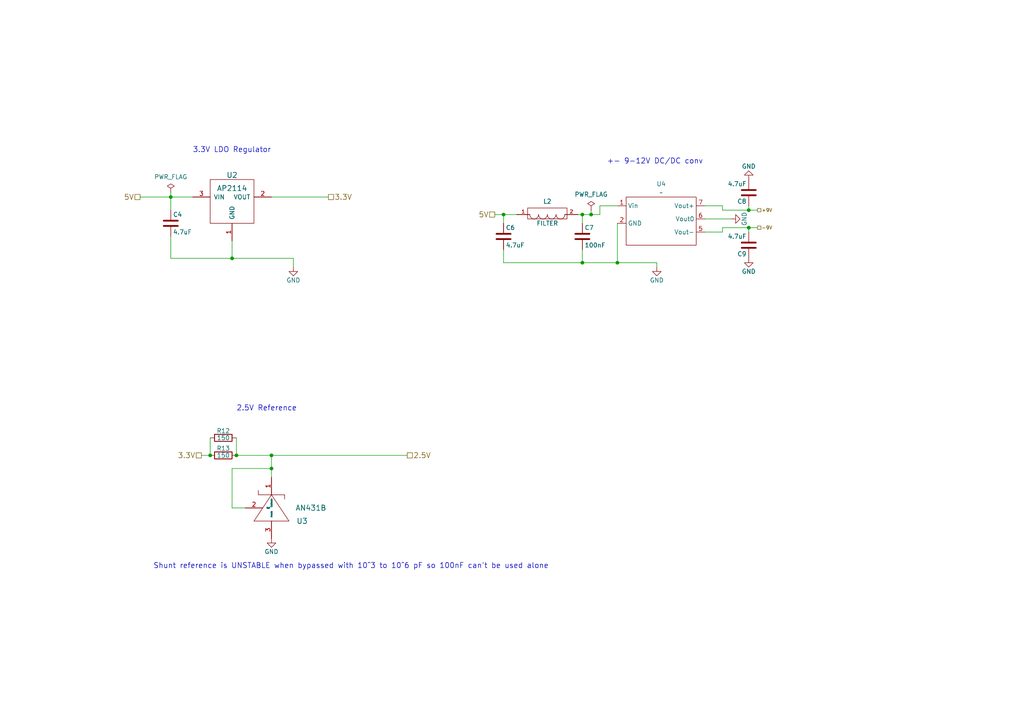
<source format=kicad_sch>
(kicad_sch (version 20231120) (generator "eeschema") (generator_version "8.0")
  (paper "A4")
  (title_block (title "Power Supplies") (rev "A"))
  (lib_symbols
    (symbol "CRV1:CRV1DxxxxSC"
      (property "Reference" "U" (at 1.778 -1.778 0))
      (symbol "CRV1DxxxxSC_0_1"
        (rectangle (start -6.35 3.81) (end 13.97 -10.16))
      )
      (symbol "CRV1DxxxxSC_1_1"
        (pin power_in line (at -8.89 1.27 0) (length 2.54) (name "Vin") (number "1"))
        (pin power_in line (at -8.89 -3.81 0) (length 2.54) (name "GND") (number "2"))
        (pin power_out line (at 16.51 -6.35 180) (length 2.54) (name "Vout-") (number "5"))
        (pin power_in line (at 16.51 -2.54 180) (length 2.54) (name "Vout0") (number "6"))
        (pin power_out line (at 16.51 1.27 180) (length 2.54) (name "Vout+") (number "7"))
      )
    )
    (symbol "Helios-rescue:C" (pin_numbers hide) (pin_names (offset 0.254))
      (property "Reference" "C" (at 0.635 2.54 0))
      (property "Value" "C" (at 0.635 -2.54 0))
      (symbol "C_0_1"
        (polyline (pts (xy -2.032 -0.762) (xy 2.032 -0.762)) (stroke (width 0.508)))
        (polyline (pts (xy -2.032 0.762) (xy 2.032 0.762)) (stroke (width 0.508)))
      )
      (symbol "C_1_1"
        (pin passive line (at 0 3.81 270) (length 2.794) (name "~") (number "1"))
        (pin passive line (at 0 -3.81 90) (length 2.794) (name "~") (number "2"))
      )
    )
    (symbol "Helios-rescue:FILTER" (pin_names (offset 1.016) hide)
      (property "Reference" "FB" (at 0 3.81 0))
      (property "Value" "FILTER" (at 0 -2.54 0))
      (symbol "FILTER_0_1"
        (rectangle (start -5.715 1.905) (end 5.715 -1.27))
        (arc (start -5.08 0) (mid -3.81 -1.27) (end -2.54 0))
        (arc (start -2.54 0) (mid -1.27 -1.27) (end 0 0))
        (arc (start 0 0) (mid 0 0) (end 0 0))
        (arc (start 0 0) (mid 1.27 -1.27) (end 2.54 0))
        (arc (start 2.54 0) (mid 3.81 -1.27) (end 5.08 0))
      )
      (symbol "FILTER_1_1"
        (pin passive line (at -8.89 0 0) (length 3.81) (name "1") (number "1"))
        (pin passive line (at 8.89 0 180) (length 3.81) (name "2") (number "2"))
      )
    )
    (symbol "Helios-rescue:GND" (power) (pin_names (offset 0))
      (property "Value" "GND" (at 0 -3.81 0))
      (symbol "GND_0_1"
        (polyline (pts (xy 0 0) (xy 0 -1.27) (xy 1.27 -1.27) (xy 0 -2.54) (xy -1.27 -1.27) (xy 0 -1.27)))
      )
      (symbol "GND_1_1"
        (pin power_in line (at 0 0 270) (length 0) hide (name "GND") (number "1"))
      )
    )
    (symbol "Helios-rescue:PWR_FLAG" (power) (pin_numbers hide) (pin_names (offset 0) hide)
      (property "Value" "PWR_FLAG" (at 0 3.81 0))
      (symbol "PWR_FLAG_0_0"
        (pin power_out line (at 0 0 90) (length 0) (name "pwr") (number "1"))
      )
      (symbol "PWR_FLAG_0_1"
        (polyline (pts (xy 0 0) (xy 0 1.27) (xy -1.016 1.905) (xy 0 2.54) (xy 1.016 1.905) (xy 0 1.27)))
      )
    )
    (symbol "Helios-rescue:R" (pin_numbers hide) (pin_names (offset 0))
      (property "Reference" "R" (at 2.032 0 90))
      (property "Value" "R" (at 0 0 90))
      (symbol "R_0_1"
        (rectangle (start -1.016 -2.54) (end 1.016 2.54) (stroke (width 0.254)))
      )
      (symbol "R_1_1"
        (pin passive line (at 0 3.81 270) (length 1.27) (name "~") (number "1"))
        (pin passive line (at 0 -3.81 90) (length 1.27) (name "~") (number "2"))
      )
    )
    (symbol "Personal-library:AN431B" (pin_names (offset 1.016))
      (property "Reference" "U" (at 8.89 0 0))
      (property "Value" "AN431B" (at 11.43 3.81 0))
      (symbol "AN431B_0_1"
        (polyline (pts (xy 3.81 7.62) (xy 3.81 6.35)))
        (polyline (pts (xy 0 7.62) (xy -3.81 7.62) (xy -3.81 8.89)))
        (polyline (pts (xy 0 7.62) (xy -5.08 0) (xy 3.81 0) (xy 5.08 0) (xy 0 7.62) (xy 3.81 7.62)))
      )
      (symbol "AN431B_1_1"
        (pin input line (at 0 12.7 270) (length 5.08) (name "Cathode") (number "1"))
        (pin input line (at -7.62 3.81 0) (length 5.08) (name "Ref") (number "2"))
        (pin input line (at 0 -5.08 90) (length 5.08) (name "Anode") (number "3"))
      )
    )
    (symbol "Personal-library:AP2114" (pin_names (offset 1.016))
      (property "Reference" "U" (at 0 8.89 0))
      (property "Value" "AP2114" (at 0 5.08 0))
      (symbol "AP2114_0_1"
        (rectangle (start -6.35 7.62) (end 6.35 -5.08))
      )
      (symbol "AP2114_1_1"
        (pin passive line (at 0 -10.16 90) (length 5.08) (name "GND") (number "1"))
        (pin power_out line (at 11.43 2.54 180) (length 5.08) (name "VOUT") (number "2"))
        (pin power_in line (at -11.43 2.54 0) (length 5.08) (name "VIN") (number "3"))
      )
    )
  )
  (junction (at 78.74 135.89))
  (junction (at 60.96 132.08))
  (junction (at 68.58 132.08))
  (junction (at 146.05 62.23))
  (junction (at 78.74 132.08))
  (junction (at 168.91 62.23))
  (junction (at 217.17 60.96))
  (junction (at 179.07 76.2))
  (junction (at 49.53 57.15))
  (junction (at 168.91 76.2))
  (junction (at 217.17 66.04))
  (junction (at 67.31 74.93))
  (junction (at 171.45 62.23))
  (wire (pts (xy 67.31 147.32) (xy 71.12 147.32)))
  (wire (pts (xy 190.5 76.2) (xy 190.5 77.47)))
  (wire (pts (xy 168.91 62.23) (xy 167.64 62.23)))
  (wire (pts (xy 49.53 57.15) (xy 49.53 60.96)))
  (wire (pts (xy 49.53 74.93) (xy 67.31 74.93)))
  (wire (pts (xy 68.58 127) (xy 68.58 132.08)))
  (wire (pts (xy 60.96 127) (xy 60.96 132.08)))
  (wire (pts (xy 204.47 63.5) (xy 212.09 63.5)))
  (wire (pts (xy 171.45 60.96) (xy 171.45 62.23)))
  (wire (pts (xy 85.09 74.93) (xy 85.09 77.47)))
  (wire (pts (xy 78.74 132.08) (xy 78.74 135.89)))
  (wire (pts (xy 209.55 60.96) (xy 217.17 60.96)))
  (wire (pts (xy 173.99 62.23) (xy 171.45 62.23)))
  (wire (pts (xy 68.58 132.08) (xy 78.74 132.08)))
  (wire (pts (xy 179.07 76.2) (xy 190.5 76.2)))
  (wire (pts (xy 209.55 59.69) (xy 209.55 60.96)))
  (wire (pts (xy 146.05 64.77) (xy 146.05 62.23)))
  (wire (pts (xy 217.17 67.31) (xy 217.17 66.04)))
  (wire (pts (xy 67.31 74.93) (xy 85.09 74.93)))
  (wire (pts (xy 78.74 135.89) (xy 67.31 135.89)))
  (wire (pts (xy 49.53 55.88) (xy 49.53 57.15)))
  (wire (pts (xy 78.74 132.08) (xy 118.11 132.08)))
  (wire (pts (xy 171.45 62.23) (xy 168.91 62.23)))
  (wire (pts (xy 217.17 59.69) (xy 217.17 60.96)))
  (wire (pts (xy 40.64 57.15) (xy 49.53 57.15)))
  (wire (pts (xy 60.96 132.08) (xy 58.42 132.08)))
  (wire (pts (xy 146.05 62.23) (xy 149.86 62.23)))
  (wire (pts (xy 146.05 76.2) (xy 146.05 72.39)))
  (wire (pts (xy 168.91 64.77) (xy 168.91 62.23)))
  (wire (pts (xy 173.99 59.69) (xy 173.99 62.23)))
  (wire (pts (xy 143.51 62.23) (xy 146.05 62.23)))
  (wire (pts (xy 49.53 68.58) (xy 49.53 74.93)))
  (wire (pts (xy 168.91 72.39) (xy 168.91 76.2)))
  (wire (pts (xy 146.05 76.2) (xy 168.91 76.2)))
  (wire (pts (xy 78.74 57.15) (xy 95.25 57.15)))
  (wire (pts (xy 204.47 59.69) (xy 209.55 59.69)))
  (wire (pts (xy 217.17 60.96) (xy 219.71 60.96)))
  (wire (pts (xy 78.74 135.89) (xy 78.74 138.43)))
  (wire (pts (xy 204.47 67.31) (xy 209.55 67.31)))
  (wire (pts (xy 209.55 67.31) (xy 209.55 66.04)))
  (wire (pts (xy 49.53 57.15) (xy 55.88 57.15)))
  (wire (pts (xy 179.07 59.69) (xy 173.99 59.69)))
  (wire (pts (xy 209.55 66.04) (xy 217.17 66.04)))
  (wire (pts (xy 168.91 76.2) (xy 179.07 76.2)))
  (wire (pts (xy 179.07 64.77) (xy 179.07 76.2)))
  (wire (pts (xy 67.31 135.89) (xy 67.31 147.32)))
  (wire (pts (xy 217.17 66.04) (xy 219.71 66.04)))
  (wire (pts (xy 67.31 69.85) (xy 67.31 74.93)))
  (text "+- 9-12V DC/DC conv\n" (at 176.022 47.752 0) (effects (font (size 1.524 1.524)) (justify left bottom)))
  (text "2.5V Reference\n" (at 68.58 119.38 0) (effects (font (size 1.524 1.524)) (justify left bottom)))
  (text "3.3V LDO Regulator\n" (at 55.88 44.45 0) (effects (font (size 1.524 1.524)) (justify left bottom)))
  (text "Shunt reference is UNSTABLE when bypassed with 10^3 to 10^6 pF so 100nF can't be used alone" (at 44.45 165.1 0) (effects (font (size 1.524 1.524)) (justify left bottom)))
  (hierarchical_label "3.3V" (shape passive) (at 58.42 132.08 180) (effects (font (size 1.524 1.524))))
  (hierarchical_label "-9V" (shape passive) (at 219.71 66.04 0) (effects (font (size 0.9906 0.9906))))
  (hierarchical_label "3.3V" (shape passive) (at 95.25 57.15 0) (effects (font (size 1.524 1.524))))
  (hierarchical_label "5V" (shape passive) (at 143.51 62.23 180) (effects (font (size 1.524 1.524))))
  (hierarchical_label "5V" (shape passive) (at 40.64 57.15 180) (effects (font (size 1.524 1.524))))
  (hierarchical_label "+9V" (shape passive) (at 219.71 60.96 0) (effects (font (size 0.9906 0.9906))))
  (hierarchical_label "2.5V" (shape passive) (at 118.11 132.08 0) (effects (font (size 1.524 1.524))))
  (symbol (lib_id "Personal-library:AP2114") (at 67.31 59.69 0) (unit 1)
    (property "Reference" "U2" (at 67.31 50.8 0) (effects (font (size 1.524 1.524))))
    (property "Value" "AP2114" (at 67.31 54.61 0) (effects (font (size 1.524 1.524))))
    (property "Footprint" "TO_SOT_Packages_SMD:SOT-223" (effects (hide yes)))
  )
  (symbol (lib_id "Helios-rescue:R") (at 64.77 132.08 90) (unit 1)
    (property "Reference" "R13" (at 64.77 130.048 90))
    (property "Value" "150" (at 64.77 132.08 90))
    (property "Footprint" "Resistors_SMD:R_0603" (effects (hide yes)))
  )
  (symbol (lib_id "Helios-rescue:GND") (at 78.74 156.21 0) (unit 1)
    (property "Reference" "#PWR07" (effects (hide yes)))
    (property "Value" "GND" (at 78.74 160.02 0))
  )
  (symbol (lib_id "Helios-rescue:GND") (at 190.5 77.47 0) (unit 1)
    (property "Reference" "#PWR08" (effects (hide yes)))
    (property "Value" "GND" (at 190.5 81.28 0))
  )
  (symbol (lib_id "Helios-rescue:GND") (at 212.09 63.5 90) (unit 1)
    (property "Reference" "#PWR09" (effects (hide yes)))
    (property "Value" "GND" (at 215.9 63.5 0))
  )
  (symbol (lib_id "Helios-rescue:GND") (at 217.17 74.93 0) (unit 1)
    (property "Reference" "#PWR010" (effects (hide yes)))
    (property "Value" "GND" (at 217.17 78.74 0))
  )
  (symbol (lib_id "Helios-rescue:GND") (at 217.17 52.07 180) (unit 1)
    (property "Reference" "#PWR011" (effects (hide yes)))
    (property "Value" "GND" (at 217.17 48.26 0))
  )
  (symbol (lib_id "Helios-rescue:C") (at 146.05 68.58 0) (unit 1)
    (property "Reference" "C6" (at 146.685 66.04 0) (effects (justify left)))
    (property "Value" "4.7uF" (at 146.685 71.12 0) (effects (justify left)))
    (property "Footprint" "Capacitors_SMD:c_elec_4x5.3" (effects (hide yes)))
  )
  (symbol (lib_id "Helios-rescue:C") (at 217.17 55.88 180) (unit 1)
    (property "Reference" "C8" (at 216.535 58.42 0) (effects (justify left)))
    (property "Value" "4.7uF" (at 216.535 53.34 0) (effects (justify left)))
    (property "Footprint" "Capacitors_SMD:c_elec_4x5.3" (effects (hide yes)))
  )
  (symbol (lib_id "Helios-rescue:C") (at 217.17 71.12 180) (unit 1)
    (property "Reference" "C9" (at 216.535 73.66 0) (effects (justify left)))
    (property "Value" "4.7uF" (at 216.535 68.58 0) (effects (justify left)))
    (property "Footprint" "Capacitors_SMD:c_elec_4x5.3" (effects (hide yes)))
  )
  (symbol (lib_id "Helios-rescue:C") (at 49.53 64.77 0) (unit 1)
    (property "Reference" "C4" (at 50.165 62.23 0) (effects (justify left)))
    (property "Value" "4.7uF" (at 50.165 67.31 0) (effects (justify left)))
    (property "Footprint" "Capacitors_SMD:c_elec_4x5.3" (effects (hide yes)))
  )
  (symbol (lib_id "Helios-rescue:GND") (at 85.09 77.47 0) (unit 1)
    (property "Reference" "#PWR012" (effects (hide yes)))
    (property "Value" "GND" (at 85.09 81.28 0))
  )
  (symbol (lib_id "Helios-rescue:PWR_FLAG") (at 49.53 55.88 0) (unit 1)
    (property "Reference" "#FLG013" (effects (hide yes)))
    (property "Value" "PWR_FLAG" (at 49.53 51.308 0))
  )
  (symbol (lib_id "Personal-library:AN431B") (at 78.74 151.13 0) (unit 1)
    (property "Reference" "U3" (at 87.63 151.13 0) (effects (font (size 1.524 1.524))))
    (property "Value" "AN431B" (at 90.17 147.32 0) (effects (font (size 1.524 1.524))))
    (property "Footprint" "TO_SOT_Packages_SMD:SOT-23" (effects (hide yes)))
  )
  (symbol (lib_id "Helios-rescue:R") (at 64.77 127 90) (unit 1)
    (property "Reference" "R12" (at 64.77 124.968 90))
    (property "Value" "150" (at 64.77 127 90))
    (property "Footprint" "Resistors_SMD:R_0603" (effects (hide yes)))
  )
  (symbol (lib_id "Helios-rescue:FILTER") (at 158.75 62.23 0) (unit 1)
    (property "Reference" "L2" (at 158.75 58.42 0))
    (property "Value" "FILTER" (at 158.75 64.77 0))
    (property "Footprint" "Resistors_SMD:R_0603" (effects (hide yes)))
  )
  (symbol (lib_id "Helios-rescue:C") (at 168.91 68.58 0) (unit 1)
    (property "Reference" "C7" (at 169.545 66.04 0) (effects (justify left)))
    (property "Value" "100nF" (at 169.545 71.12 0) (effects (justify left)))
    (property "Footprint" "Capacitors_SMD:C_0402" (effects (hide yes)))
  )
  (symbol (lib_id "Helios-rescue:PWR_FLAG") (at 171.45 60.96 0) (unit 1)
    (property "Reference" "#FLG014" (effects (hide yes)))
    (property "Value" "PWR_FLAG" (at 171.45 56.388 0))
  )
  (symbol (lib_id "CRV1:CRV1DxxxxSC") (at 187.96 60.96 0) (unit 1)
    (property "Reference" "U4" (at 191.77 53.34 0))
    (property "Value" "~" (at 191.77 55.88 0))
    (property "Footprint" "personal:CRV1DxxxxSC" (effects (hide yes)))
  )
)
</source>
